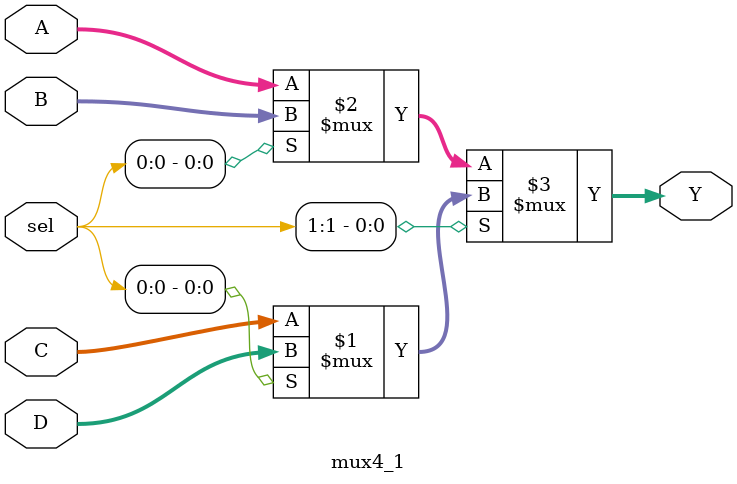
<source format=v>
module mux4_1(
    input [7:0] A, B, C, D,
    input [1:0] sel,
    output [7:0] Y
);

    assign Y = sel[1] ? (sel[0]?D:C) : (sel[0]?B:A);

endmodule
</source>
